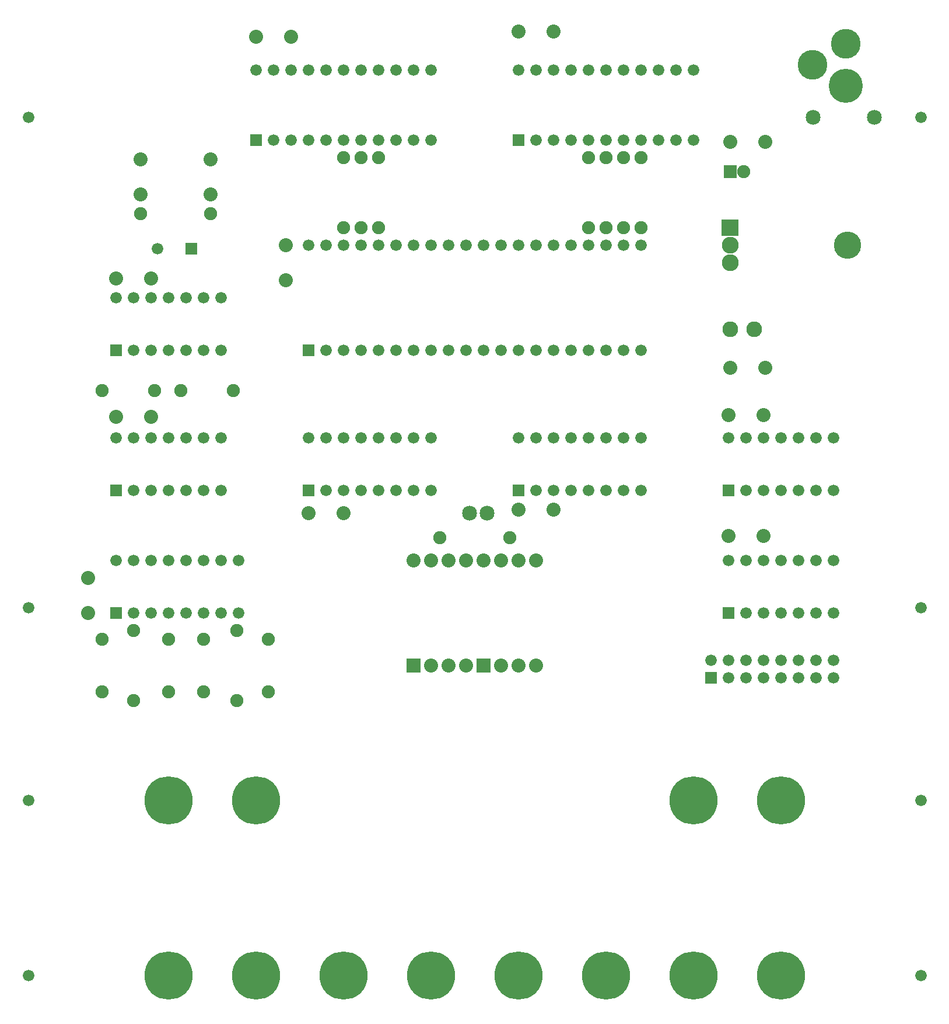
<source format=gbr>
G04 start of page 7 for group -4063 idx -4063 *
G04 Title: (unknown), componentmask *
G04 Creator: pcb 20140316 *
G04 CreationDate: Fri 21 Oct 2016 04:41:03 PM GMT UTC *
G04 For: atommann *
G04 Format: Gerber/RS-274X *
G04 PCB-Dimensions (mil): 8000.00 8000.00 *
G04 PCB-Coordinate-Origin: lower left *
%MOIN*%
%FSLAX25Y25*%
%LNTOPMASK*%
%ADD85C,0.2750*%
%ADD84C,0.1700*%
%ADD83C,0.1950*%
%ADD82C,0.1560*%
%ADD81C,0.0900*%
%ADD80C,0.0960*%
%ADD79C,0.0660*%
%ADD78C,0.0800*%
%ADD77C,0.0001*%
%ADD76C,0.0750*%
%ADD75C,0.0850*%
G54D75*X372000Y454000D03*
X382000D03*
G54D76*X355000Y440000D03*
X395000D03*
G54D77*G36*
X336000Y371000D02*Y363000D01*
X344000D01*
Y371000D01*
X336000D01*
G37*
G54D78*X350000Y367000D03*
X360000D03*
X370000D03*
G54D77*G36*
X376000Y371000D02*Y363000D01*
X384000D01*
Y371000D01*
X376000D01*
G37*
G54D78*X390000Y367000D03*
X400000D03*
X410000D03*
X370000Y427000D03*
X410000D03*
X400000D03*
X390000D03*
X380000D03*
X360000D03*
X350000D03*
X340000D03*
G54D77*G36*
X276700Y470300D02*Y463700D01*
X283300D01*
Y470300D01*
X276700D01*
G37*
G54D79*X290000Y467000D03*
X300000D03*
X310000D03*
X320000D03*
X330000D03*
G54D78*X280000Y454000D03*
X300000D03*
G54D77*G36*
X396700Y470300D02*Y463700D01*
X403300D01*
Y470300D01*
X396700D01*
G37*
G54D79*X400000Y497000D03*
X340000Y467000D03*
X350000D03*
Y497000D03*
X340000D03*
G54D78*X520000Y510000D03*
X521000Y666000D03*
Y537000D03*
G54D77*G36*
X517314Y652750D02*Y645250D01*
X524814D01*
Y652750D01*
X517314D01*
G37*
G54D78*X540000Y510000D03*
X541000Y537000D03*
G54D80*X521000Y607000D03*
Y597000D03*
G54D76*X528936Y649000D03*
G54D81*X521111Y559000D03*
X534889D03*
G54D77*G36*
X516200Y621800D02*Y612200D01*
X525800D01*
Y621800D01*
X516200D01*
G37*
G54D76*X470000Y617000D03*
X460000D03*
X450000D03*
X440000D03*
G54D79*X470000Y607000D03*
G54D82*X588000D03*
G54D79*X460000D03*
X450000D03*
X440000D03*
X430000D03*
X420000D03*
G54D76*X470000Y657000D03*
X460000D03*
X450000D03*
X440000D03*
G54D78*X520000Y441000D03*
X400000Y456000D03*
X420000D03*
G54D79*X410000Y467000D03*
X420000D03*
X430000D03*
X440000D03*
X450000D03*
X460000D03*
X470000D03*
Y497000D03*
X460000D03*
X450000D03*
X440000D03*
X430000D03*
X420000D03*
X410000D03*
X360000Y547000D03*
X370000D03*
X380000D03*
X390000D03*
X400000D03*
X410000D03*
X420000D03*
X430000D03*
X440000D03*
X450000D03*
X460000D03*
X470000D03*
G54D78*X540000Y441000D03*
G54D79*X560000Y467000D03*
X570000D03*
X580000D03*
G54D77*G36*
X516700Y470300D02*Y463700D01*
X523300D01*
Y470300D01*
X516700D01*
G37*
G54D79*X530000Y467000D03*
X540000D03*
X550000D03*
X580000Y497000D03*
X570000D03*
X560000D03*
X550000D03*
X540000D03*
X530000D03*
X520000D03*
G54D75*X568500Y680000D03*
G54D78*X541000Y666000D03*
G54D83*X587000Y698000D03*
G54D84*Y722000D03*
X568000Y710000D03*
G54D75*X603500Y680000D03*
G54D79*X630000D03*
X280000Y667000D03*
X290000D03*
X300000D03*
X310000D03*
X320000D03*
X330000D03*
Y707000D03*
X320000D03*
X310000D03*
X300000D03*
X290000D03*
X280000D03*
X340000Y667000D03*
X350000D03*
Y707000D03*
X340000D03*
G54D77*G36*
X396700Y670300D02*Y663700D01*
X403300D01*
Y670300D01*
X396700D01*
G37*
G54D79*X410000Y667000D03*
X420000D03*
X430000D03*
Y707000D03*
X420000D03*
X410000D03*
X400000D03*
X440000Y667000D03*
X450000D03*
X460000D03*
X470000D03*
X480000D03*
X490000D03*
X500000D03*
Y707000D03*
X490000D03*
X480000D03*
X470000D03*
X460000D03*
X450000D03*
X440000D03*
G54D77*G36*
X506700Y363300D02*Y356700D01*
X513300D01*
Y363300D01*
X506700D01*
G37*
G54D79*X510000Y370000D03*
X520000Y360000D03*
Y370000D03*
X530000Y360000D03*
Y370000D03*
X540000Y360000D03*
Y370000D03*
G54D77*G36*
X516700Y400300D02*Y393700D01*
X523300D01*
Y400300D01*
X516700D01*
G37*
G54D79*X530000Y397000D03*
X540000D03*
X550000D03*
X560000D03*
X570000D03*
X580000D03*
X630000Y290000D03*
Y400000D03*
X550000Y360000D03*
G54D85*Y190000D03*
X500000D03*
Y290000D03*
X550000D03*
G54D79*Y370000D03*
X560000Y360000D03*
X570000D03*
X580000D03*
X560000Y370000D03*
X570000D03*
X580000D03*
Y427000D03*
X570000D03*
X560000D03*
X550000D03*
X540000D03*
X530000D03*
X520000D03*
G54D85*X450000Y190000D03*
X400000D03*
X350000D03*
X300000D03*
G54D79*X630000D03*
G54D78*X154000Y397000D03*
Y417000D03*
G54D77*G36*
X166700Y400300D02*Y393700D01*
X173300D01*
Y400300D01*
X166700D01*
G37*
G54D79*X180000Y397000D03*
X190000D03*
X170000Y427000D03*
G54D76*X180000Y347000D03*
Y387000D03*
X162000Y352000D03*
Y382000D03*
G54D79*X210000Y427000D03*
X200000D03*
X190000D03*
X180000D03*
G54D76*X200000Y382000D03*
G54D79*X120000Y400000D03*
G54D85*X200000Y290000D03*
G54D79*X120000D03*
Y190000D03*
G54D85*X200000D03*
G54D77*G36*
X166700Y470300D02*Y463700D01*
X173300D01*
Y470300D01*
X166700D01*
G37*
G54D79*X180000Y467000D03*
X190000D03*
X200000D03*
X210000D03*
X220000D03*
X230000D03*
X200000Y397000D03*
X210000D03*
X220000D03*
X230000D03*
X240000D03*
Y427000D03*
X230000D03*
X220000D03*
G54D76*X239000Y347000D03*
Y387000D03*
X200000Y352000D03*
X220000D03*
Y382000D03*
X257000D03*
Y352000D03*
G54D85*X250000Y190000D03*
Y290000D03*
G54D78*Y726000D03*
X270000D03*
X224000Y636000D03*
G54D76*Y625000D03*
G54D78*Y656000D03*
G54D77*G36*
X246700Y670300D02*Y663700D01*
X253300D01*
Y670300D01*
X246700D01*
G37*
G54D79*X260000Y667000D03*
Y707000D03*
X250000D03*
X330000Y497000D03*
X320000D03*
X310000D03*
X300000D03*
X290000D03*
X280000D03*
G54D76*X237000Y524000D03*
G54D77*G36*
X276700Y550300D02*Y543700D01*
X283300D01*
Y550300D01*
X276700D01*
G37*
G54D79*X290000Y547000D03*
X300000D03*
X310000D03*
X320000D03*
X330000D03*
X340000D03*
X350000D03*
G54D78*X400000Y729000D03*
X420000D03*
G54D79*X410000Y607000D03*
X400000D03*
X390000D03*
X380000D03*
X370000D03*
X360000D03*
G54D78*X267000D03*
Y587000D03*
G54D76*X300000Y617000D03*
G54D79*Y607000D03*
X290000D03*
X280000D03*
G54D76*X320000Y657000D03*
Y617000D03*
X300000Y657000D03*
X310000D03*
Y617000D03*
G54D79*X350000Y607000D03*
X340000D03*
X330000D03*
X320000D03*
X310000D03*
X270000Y667000D03*
Y707000D03*
G54D78*X170000Y588000D03*
X190000D03*
G54D77*G36*
X209700Y608300D02*Y601700D01*
X216300D01*
Y608300D01*
X209700D01*
G37*
G54D79*X193800Y605000D03*
G54D78*X184000Y636000D03*
Y656000D03*
G54D76*Y625000D03*
G54D79*X120000Y680000D03*
G54D78*X170000Y509000D03*
G54D76*X162000Y524000D03*
G54D79*X190000Y497000D03*
X180000D03*
X170000D03*
X200000Y547000D03*
X210000D03*
X220000D03*
X230000D03*
Y577000D03*
X220000D03*
X210000D03*
X200000D03*
X230000Y497000D03*
X220000D03*
X210000D03*
X200000D03*
G54D76*X207000Y524000D03*
G54D79*X190000Y577000D03*
X180000D03*
X170000D03*
G54D78*X190000Y509000D03*
G54D77*G36*
X166700Y550300D02*Y543700D01*
X173300D01*
Y550300D01*
X166700D01*
G37*
G54D79*X180000Y547000D03*
X190000D03*
G54D76*X192000Y524000D03*
M02*

</source>
